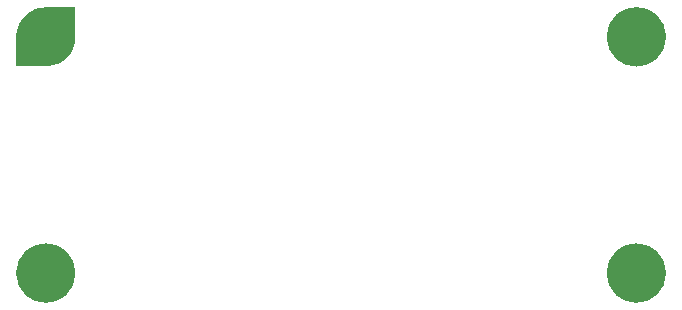
<source format=gts>
%TF.GenerationSoftware,KiCad,Pcbnew,8.0.2-1*%
%TF.CreationDate,2024-12-23T20:39:15+00:00*%
%TF.ProjectId,jacdac-slider-MH-0.1,6a616364-6163-42d7-936c-696465722d4d,v0.1*%
%TF.SameCoordinates,PX8d24d00PY36d6160*%
%TF.FileFunction,Soldermask,Top*%
%TF.FilePolarity,Negative*%
%FSLAX46Y46*%
G04 Gerber Fmt 4.6, Leading zero omitted, Abs format (unit mm)*
G04 Created by KiCad (PCBNEW 8.0.2-1) date 2024-12-23 20:39:15*
%MOMM*%
%LPD*%
G01*
G04 APERTURE LIST*
%ADD10C,2.500000*%
%ADD11C,0.000000*%
G04 APERTURE END LIST*
%TO.C,MH2*%
D10*
X26250000Y10000000D02*
G75*
G02*
X23750000Y10000000I-1250000J0D01*
G01*
X23750000Y10000000D02*
G75*
G02*
X26250000Y10000000I1250000J0D01*
G01*
%TO.C,MH4*%
X26250000Y-9999999D02*
G75*
G02*
X23750000Y-9999999I-1250000J0D01*
G01*
X23750000Y-9999999D02*
G75*
G02*
X26250000Y-9999999I1250000J0D01*
G01*
D11*
%TO.C,MH1*%
G36*
X-22500000Y10000001D02*
G01*
X-22504933Y10000001D01*
X-22504933Y9843025D01*
X-22544282Y9531548D01*
X-22622359Y9227459D01*
X-22737932Y8935553D01*
X-22889180Y8660434D01*
X-23073717Y8406441D01*
X-23288632Y8177579D01*
X-23530537Y7977459D01*
X-23795616Y7809234D01*
X-24079689Y7675560D01*
X-24378275Y7578543D01*
X-24686667Y7519714D01*
X-25000000Y7500001D01*
X-27500000Y7500001D01*
X-27500000Y10000001D01*
X-27495067Y10000001D01*
X-27495067Y10156977D01*
X-27455718Y10468454D01*
X-27377641Y10772543D01*
X-27262068Y11064449D01*
X-27110820Y11339568D01*
X-26926283Y11593561D01*
X-26711368Y11822423D01*
X-26469463Y12022543D01*
X-26204384Y12190768D01*
X-25920311Y12324442D01*
X-25621725Y12421459D01*
X-25313333Y12480288D01*
X-25000000Y12500001D01*
X-22500000Y12500001D01*
X-22500000Y10000001D01*
G37*
%TO.C,MH3*%
D10*
X-23750800Y-10000800D02*
G75*
G02*
X-26250800Y-10000800I-1250000J0D01*
G01*
X-26250800Y-10000800D02*
G75*
G02*
X-23750800Y-10000800I1250000J0D01*
G01*
%TD*%
M02*

</source>
